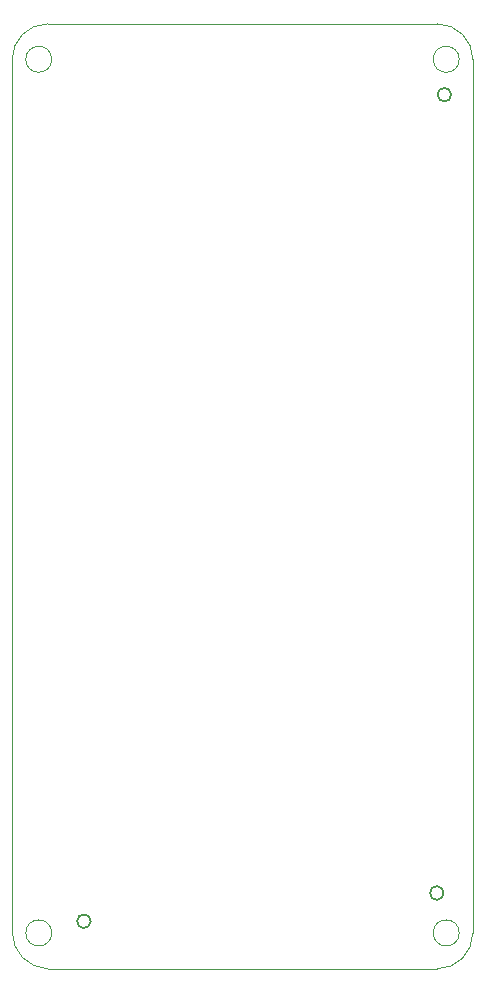
<source format=gm1>
%TF.GenerationSoftware,KiCad,Pcbnew,7.0.2-0*%
%TF.CreationDate,2023-10-23T21:08:08-05:00*%
%TF.ProjectId,Flight Computer,466c6967-6874-4204-936f-6d7075746572,1.1*%
%TF.SameCoordinates,Original*%
%TF.FileFunction,Profile,NP*%
%FSLAX46Y46*%
G04 Gerber Fmt 4.6, Leading zero omitted, Abs format (unit mm)*
G04 Created by KiCad (PCBNEW 7.0.2-0) date 2023-10-23 21:08:08*
%MOMM*%
%LPD*%
G01*
G04 APERTURE LIST*
%TA.AperFunction,Profile*%
%ADD10C,0.100000*%
%TD*%
%TA.AperFunction,Profile*%
%ADD11C,0.150000*%
%TD*%
G04 APERTURE END LIST*
D10*
X123000000Y-21532500D02*
G75*
G03*
X120000000Y-18532500I-3000000J0D01*
G01*
X87350000Y-21532500D02*
G75*
G03*
X87350000Y-21532500I-1100000J0D01*
G01*
X87000000Y-18532500D02*
G75*
G03*
X84000000Y-21532500I0J-3000000D01*
G01*
D11*
X121166000Y-24530000D02*
G75*
G03*
X121166000Y-24530000I-576000J0D01*
G01*
D10*
X120000000Y-18532500D02*
X87000000Y-18532500D01*
X87350000Y-95500000D02*
G75*
G03*
X87350000Y-95500000I-1100000J0D01*
G01*
X121850000Y-21532500D02*
G75*
G03*
X121850000Y-21532500I-1100000J0D01*
G01*
X120000000Y-98532500D02*
G75*
G03*
X123000000Y-95532500I0J3000000D01*
G01*
X83997645Y-95411180D02*
G75*
G03*
X87000000Y-98532499I3123655J-20D01*
G01*
X121850000Y-95500000D02*
G75*
G03*
X121850000Y-95500000I-1100000J0D01*
G01*
D11*
X120526000Y-92120000D02*
G75*
G03*
X120526000Y-92120000I-576000J0D01*
G01*
D10*
X87000000Y-98532500D02*
X120000000Y-98532500D01*
D11*
X90646000Y-94510000D02*
G75*
G03*
X90646000Y-94510000I-576000J0D01*
G01*
D10*
X123000000Y-95532500D02*
X123000000Y-21532500D01*
X84000000Y-21532500D02*
X84000000Y-95411180D01*
M02*

</source>
